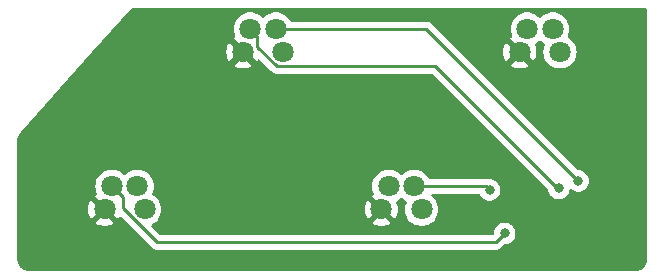
<source format=gbr>
%TF.GenerationSoftware,KiCad,Pcbnew,7.0.9*%
%TF.CreationDate,2024-04-07T02:28:49-04:00*%
%TF.ProjectId,rearbox_peripheral_io_top,72656172-626f-4785-9f70-657269706865,rev?*%
%TF.SameCoordinates,Original*%
%TF.FileFunction,Copper,L2,Bot*%
%TF.FilePolarity,Positive*%
%FSLAX46Y46*%
G04 Gerber Fmt 4.6, Leading zero omitted, Abs format (unit mm)*
G04 Created by KiCad (PCBNEW 7.0.9) date 2024-04-07 02:28:49*
%MOMM*%
%LPD*%
G01*
G04 APERTURE LIST*
%TA.AperFunction,ComponentPad*%
%ADD10C,1.800000*%
%TD*%
%TA.AperFunction,ViaPad*%
%ADD11C,0.800000*%
%TD*%
%TA.AperFunction,Conductor*%
%ADD12C,0.250000*%
%TD*%
G04 APERTURE END LIST*
D10*
%TO.P,J3,1,Pin_1*%
%TO.N,5v*%
X121896022Y-56139429D03*
%TO.P,J3,2,Pin_2*%
%TO.N,Net-(J3-Pin_2)*%
X121270928Y-54189430D03*
%TO.P,J3,3,Pin_3*%
%TO.N,GND*%
X118495978Y-56139429D03*
%TO.P,J3,4,Pin_4*%
%TO.N,Net-(J3-Pin_4)*%
X119121001Y-54189430D03*
%TD*%
%TO.P,J2,1,Pin_1*%
%TO.N,5v*%
X98456022Y-56139428D03*
%TO.P,J2,2,Pin_2*%
%TO.N,Net-(J2-Pin_2)*%
X97830928Y-54189429D03*
%TO.P,J2,3,Pin_3*%
%TO.N,GND*%
X95055978Y-56139428D03*
%TO.P,J2,4,Pin_4*%
%TO.N,Net-(J2-Pin_4)*%
X95681001Y-54189429D03*
%TD*%
%TO.P,J4,1,Pin_1*%
%TO.N,5v*%
X86736022Y-69469858D03*
%TO.P,J4,2,Pin_2*%
%TO.N,Net-(J4-Pin_2)*%
X86110928Y-67519859D03*
%TO.P,J4,3,Pin_3*%
%TO.N,GND*%
X83335978Y-69469858D03*
%TO.P,J4,4,Pin_4*%
%TO.N,Net-(J4-Pin_4)*%
X83961001Y-67519859D03*
%TD*%
%TO.P,J5,1,Pin_1*%
%TO.N,5v*%
X110176022Y-69469859D03*
%TO.P,J5,2,Pin_2*%
%TO.N,Net-(J5-Pin_2)*%
X109550928Y-67519860D03*
%TO.P,J5,3,Pin_3*%
%TO.N,GND*%
X106775978Y-69469859D03*
%TO.P,J5,4,Pin_4*%
%TO.N,Net-(J5-Pin_4)*%
X107401001Y-67519860D03*
%TD*%
D11*
%TO.N,Net-(J2-Pin_2)*%
X123444000Y-67056000D03*
%TO.N,GND*%
X124714000Y-67945000D03*
X123571000Y-71755000D03*
%TO.N,Net-(J2-Pin_4)*%
X121788701Y-67695299D03*
%TO.N,Net-(J4-Pin_4)*%
X117221000Y-71501000D03*
%TO.N,Net-(J5-Pin_2)*%
X115951000Y-67818000D03*
%TD*%
D12*
%TO.N,Net-(J2-Pin_2)*%
X110577429Y-54189429D02*
X97830928Y-54189429D01*
X123444000Y-67056000D02*
X110577429Y-54189429D01*
%TO.N,Net-(J2-Pin_4)*%
X111339428Y-57364428D02*
X97948610Y-57364428D01*
X96266000Y-55681818D02*
X96266000Y-54774428D01*
X121670299Y-67695299D02*
X111339428Y-57364428D01*
X121788701Y-67695299D02*
X121670299Y-67695299D01*
X96266000Y-54774428D02*
X95681001Y-54189429D01*
X97948610Y-57364428D02*
X96266000Y-55681818D01*
%TO.N,Net-(J4-Pin_4)*%
X84861001Y-68419859D02*
X83961001Y-67519859D01*
X117221000Y-71501000D02*
X116459000Y-72263000D01*
X87796752Y-72263000D02*
X84861001Y-69327249D01*
X116459000Y-72263000D02*
X87796752Y-72263000D01*
X84861001Y-69327249D02*
X84861001Y-68419859D01*
%TO.N,Net-(J5-Pin_2)*%
X115652860Y-67519860D02*
X109550928Y-67519860D01*
X115951000Y-67818000D02*
X115652860Y-67519860D01*
%TD*%
%TA.AperFunction,Conductor*%
%TO.N,GND*%
G36*
X129228539Y-52471185D02*
G01*
X129274294Y-52523989D01*
X129285500Y-52575500D01*
X129285500Y-73673289D01*
X129285264Y-73678697D01*
X129281523Y-73721445D01*
X129269082Y-73847760D01*
X129265454Y-73867699D01*
X129247601Y-73934330D01*
X129219318Y-74027563D01*
X129213040Y-74043971D01*
X129181614Y-74111367D01*
X129180101Y-74114393D01*
X129135236Y-74198327D01*
X129131341Y-74204667D01*
X129085015Y-74270828D01*
X129082154Y-74274600D01*
X129022895Y-74346808D01*
X129018806Y-74351320D01*
X128961320Y-74408806D01*
X128956808Y-74412895D01*
X128884600Y-74472154D01*
X128880828Y-74475015D01*
X128814667Y-74521341D01*
X128808327Y-74525236D01*
X128724393Y-74570101D01*
X128721367Y-74571614D01*
X128653971Y-74603040D01*
X128637563Y-74609318D01*
X128544330Y-74637601D01*
X128477699Y-74655454D01*
X128457760Y-74659082D01*
X128331445Y-74671523D01*
X128290789Y-74675080D01*
X128288696Y-74675264D01*
X128283290Y-74675500D01*
X76948710Y-74675500D01*
X76943303Y-74675264D01*
X76941015Y-74675063D01*
X76900554Y-74671523D01*
X76774238Y-74659082D01*
X76754299Y-74655454D01*
X76687669Y-74637601D01*
X76594435Y-74609319D01*
X76578027Y-74603040D01*
X76529433Y-74580381D01*
X76510618Y-74571607D01*
X76507605Y-74570101D01*
X76423671Y-74525236D01*
X76417331Y-74521341D01*
X76351170Y-74475015D01*
X76347398Y-74472154D01*
X76275190Y-74412895D01*
X76270688Y-74408815D01*
X76213182Y-74351309D01*
X76209103Y-74346808D01*
X76149844Y-74274600D01*
X76146983Y-74270828D01*
X76100657Y-74204667D01*
X76096762Y-74198327D01*
X76071982Y-74151969D01*
X76051888Y-74114375D01*
X76050406Y-74111411D01*
X76018958Y-74043971D01*
X76012682Y-74027570D01*
X75984398Y-73934330D01*
X75966541Y-73867685D01*
X75962918Y-73847771D01*
X75950482Y-73721519D01*
X75946735Y-73678695D01*
X75946500Y-73673293D01*
X75946500Y-69469863D01*
X81931180Y-69469863D01*
X81950339Y-69701076D01*
X82007295Y-69925993D01*
X82100494Y-70138467D01*
X82184789Y-70267491D01*
X82773204Y-69679077D01*
X82811879Y-69772446D01*
X82908053Y-69897783D01*
X83033390Y-69993957D01*
X83126757Y-70032630D01*
X82537177Y-70622209D01*
X82567628Y-70645908D01*
X82771675Y-70756334D01*
X82771684Y-70756337D01*
X82991117Y-70831669D01*
X83219971Y-70869858D01*
X83451985Y-70869858D01*
X83680838Y-70831669D01*
X83900271Y-70756337D01*
X83900280Y-70756334D01*
X84104328Y-70645908D01*
X84134776Y-70622209D01*
X83545198Y-70032631D01*
X83638566Y-69993957D01*
X83763903Y-69897783D01*
X83860077Y-69772447D01*
X83898751Y-69679078D01*
X84487164Y-70267492D01*
X84573365Y-70135553D01*
X84626512Y-70090196D01*
X84695743Y-70080772D01*
X84759079Y-70110274D01*
X84764853Y-70115691D01*
X86129810Y-71480649D01*
X87295949Y-72646788D01*
X87305774Y-72659051D01*
X87305995Y-72658869D01*
X87310966Y-72664878D01*
X87331795Y-72684437D01*
X87361387Y-72712226D01*
X87382281Y-72733120D01*
X87387763Y-72737373D01*
X87392195Y-72741157D01*
X87426170Y-72773062D01*
X87443728Y-72782714D01*
X87459985Y-72793393D01*
X87475816Y-72805673D01*
X87495489Y-72814186D01*
X87518585Y-72824182D01*
X87523829Y-72826750D01*
X87564660Y-72849197D01*
X87577275Y-72852435D01*
X87584057Y-72854177D01*
X87602471Y-72860481D01*
X87620856Y-72868438D01*
X87666909Y-72875732D01*
X87672578Y-72876906D01*
X87717733Y-72888500D01*
X87737768Y-72888500D01*
X87757165Y-72890026D01*
X87776948Y-72893160D01*
X87823336Y-72888775D01*
X87829174Y-72888500D01*
X116376257Y-72888500D01*
X116391877Y-72890224D01*
X116391904Y-72889939D01*
X116399660Y-72890671D01*
X116399667Y-72890673D01*
X116468814Y-72888500D01*
X116498350Y-72888500D01*
X116505228Y-72887630D01*
X116511041Y-72887172D01*
X116557627Y-72885709D01*
X116576869Y-72880117D01*
X116595912Y-72876174D01*
X116615792Y-72873664D01*
X116659122Y-72856507D01*
X116664646Y-72854617D01*
X116668396Y-72853527D01*
X116709390Y-72841618D01*
X116726629Y-72831422D01*
X116744103Y-72822862D01*
X116762727Y-72815488D01*
X116762727Y-72815487D01*
X116762732Y-72815486D01*
X116800449Y-72788082D01*
X116805305Y-72784892D01*
X116845420Y-72761170D01*
X116859589Y-72746999D01*
X116874379Y-72734368D01*
X116890587Y-72722594D01*
X116920299Y-72686676D01*
X116924212Y-72682376D01*
X117168772Y-72437816D01*
X117230094Y-72404334D01*
X117256452Y-72401500D01*
X117315644Y-72401500D01*
X117315646Y-72401500D01*
X117500803Y-72362144D01*
X117673730Y-72285151D01*
X117826871Y-72173888D01*
X117953533Y-72033216D01*
X118048179Y-71869284D01*
X118106674Y-71689256D01*
X118126460Y-71501000D01*
X118106674Y-71312744D01*
X118048179Y-71132716D01*
X117953533Y-70968784D01*
X117826871Y-70828112D01*
X117772815Y-70788838D01*
X117673734Y-70716851D01*
X117673729Y-70716848D01*
X117500807Y-70639857D01*
X117500802Y-70639855D01*
X117355001Y-70608865D01*
X117315646Y-70600500D01*
X117126354Y-70600500D01*
X117093897Y-70607398D01*
X116941197Y-70639855D01*
X116941192Y-70639857D01*
X116768270Y-70716848D01*
X116768265Y-70716851D01*
X116615129Y-70828111D01*
X116488466Y-70968785D01*
X116393821Y-71132715D01*
X116393818Y-71132722D01*
X116335327Y-71312740D01*
X116335326Y-71312744D01*
X116317679Y-71480649D01*
X116291094Y-71545263D01*
X116282040Y-71555367D01*
X116236228Y-71601180D01*
X116174905Y-71634666D01*
X116148546Y-71637500D01*
X88107204Y-71637500D01*
X88040165Y-71617815D01*
X88019523Y-71601181D01*
X87336754Y-70918411D01*
X87303269Y-70857088D01*
X87308253Y-70787396D01*
X87350125Y-70731463D01*
X87365411Y-70721678D01*
X87504648Y-70646328D01*
X87505187Y-70645909D01*
X87687798Y-70503777D01*
X87687806Y-70503771D01*
X87845001Y-70333011D01*
X87971946Y-70138707D01*
X88065179Y-69926158D01*
X88122156Y-69701163D01*
X88122163Y-69701077D01*
X88141322Y-69469864D01*
X105371180Y-69469864D01*
X105390339Y-69701077D01*
X105447295Y-69925994D01*
X105540494Y-70138468D01*
X105624789Y-70267492D01*
X106213204Y-69679078D01*
X106251879Y-69772447D01*
X106348053Y-69897784D01*
X106473390Y-69993958D01*
X106566757Y-70032631D01*
X105977177Y-70622210D01*
X106007628Y-70645909D01*
X106211675Y-70756335D01*
X106211684Y-70756338D01*
X106431117Y-70831670D01*
X106659971Y-70869859D01*
X106891985Y-70869859D01*
X107120838Y-70831670D01*
X107340271Y-70756338D01*
X107340280Y-70756335D01*
X107544328Y-70645909D01*
X107574776Y-70622210D01*
X106985198Y-70032632D01*
X107078566Y-69993958D01*
X107203903Y-69897784D01*
X107300077Y-69772448D01*
X107338751Y-69679079D01*
X107927164Y-70267493D01*
X108011462Y-70138465D01*
X108104660Y-69925994D01*
X108161616Y-69701077D01*
X108180776Y-69469864D01*
X108180776Y-69469853D01*
X108161616Y-69238640D01*
X108104660Y-69013723D01*
X108050464Y-68890167D01*
X108041561Y-68820867D01*
X108071538Y-68757755D01*
X108105004Y-68731302D01*
X108105389Y-68731094D01*
X108169627Y-68696330D01*
X108352785Y-68553773D01*
X108352789Y-68553768D01*
X108352792Y-68553766D01*
X108366488Y-68538887D01*
X108384733Y-68519067D01*
X108444617Y-68483076D01*
X108514456Y-68485174D01*
X108567192Y-68519063D01*
X108599144Y-68553773D01*
X108599147Y-68553775D01*
X108599150Y-68553778D01*
X108782293Y-68696324D01*
X108782303Y-68696331D01*
X108782309Y-68696334D01*
X108846541Y-68731094D01*
X108896132Y-68780313D01*
X108911240Y-68848529D01*
X108901080Y-68889959D01*
X108846865Y-69013558D01*
X108789888Y-69238550D01*
X108789886Y-69238561D01*
X108770722Y-69469852D01*
X108770722Y-69469865D01*
X108789886Y-69701156D01*
X108789888Y-69701167D01*
X108846864Y-69926159D01*
X108940097Y-70138707D01*
X109067038Y-70333006D01*
X109067041Y-70333010D01*
X109067043Y-70333012D01*
X109224238Y-70503772D01*
X109224241Y-70503774D01*
X109224244Y-70503777D01*
X109407387Y-70646323D01*
X109407393Y-70646327D01*
X109407396Y-70646329D01*
X109537709Y-70716851D01*
X109610674Y-70756338D01*
X109611519Y-70756795D01*
X109700657Y-70787396D01*
X109831037Y-70832156D01*
X109831039Y-70832156D01*
X109831041Y-70832157D01*
X110059973Y-70870359D01*
X110059974Y-70870359D01*
X110292070Y-70870359D01*
X110292071Y-70870359D01*
X110521003Y-70832157D01*
X110522425Y-70831669D01*
X110532789Y-70828111D01*
X110740525Y-70756795D01*
X110944648Y-70646329D01*
X110952964Y-70639857D01*
X111006151Y-70598459D01*
X111127806Y-70503772D01*
X111285001Y-70333012D01*
X111411946Y-70138708D01*
X111505179Y-69926159D01*
X111562156Y-69701164D01*
X111562157Y-69701155D01*
X111581322Y-69469865D01*
X111581322Y-69469852D01*
X111562157Y-69238561D01*
X111562155Y-69238550D01*
X111505179Y-69013558D01*
X111411946Y-68801010D01*
X111285005Y-68606711D01*
X111285002Y-68606708D01*
X111285001Y-68606706D01*
X111127806Y-68435946D01*
X111088143Y-68405075D01*
X111039498Y-68367213D01*
X110998686Y-68310503D01*
X110995011Y-68240730D01*
X111029643Y-68180047D01*
X111091584Y-68147720D01*
X111115661Y-68145360D01*
X115028602Y-68145360D01*
X115095641Y-68165045D01*
X115135989Y-68207360D01*
X115147626Y-68227515D01*
X115218467Y-68350216D01*
X115334830Y-68479450D01*
X115345129Y-68490888D01*
X115498265Y-68602148D01*
X115498270Y-68602151D01*
X115671192Y-68679142D01*
X115671197Y-68679144D01*
X115856354Y-68718500D01*
X115856355Y-68718500D01*
X116045644Y-68718500D01*
X116045646Y-68718500D01*
X116230803Y-68679144D01*
X116403730Y-68602151D01*
X116556871Y-68490888D01*
X116683533Y-68350216D01*
X116778179Y-68186284D01*
X116836674Y-68006256D01*
X116856460Y-67818000D01*
X116836674Y-67629744D01*
X116778179Y-67449716D01*
X116683533Y-67285784D01*
X116556871Y-67145112D01*
X116556870Y-67145111D01*
X116403734Y-67033851D01*
X116403729Y-67033848D01*
X116230807Y-66956857D01*
X116230802Y-66956855D01*
X116085001Y-66925865D01*
X116045646Y-66917500D01*
X115856998Y-66917500D01*
X115836624Y-66914599D01*
X115836459Y-66915642D01*
X115782734Y-66907132D01*
X115777013Y-66905947D01*
X115731881Y-66894360D01*
X115731879Y-66894360D01*
X115711844Y-66894360D01*
X115692446Y-66892833D01*
X115685022Y-66891657D01*
X115672665Y-66889700D01*
X115672664Y-66889700D01*
X115626276Y-66894085D01*
X115620438Y-66894360D01*
X110882279Y-66894360D01*
X110815240Y-66874675D01*
X110778470Y-66838181D01*
X110659911Y-66656712D01*
X110659908Y-66656709D01*
X110659907Y-66656707D01*
X110502712Y-66485947D01*
X110502707Y-66485943D01*
X110502705Y-66485941D01*
X110319562Y-66343395D01*
X110319556Y-66343391D01*
X110115432Y-66232924D01*
X110115423Y-66232921D01*
X109895912Y-66157562D01*
X109724210Y-66128910D01*
X109666977Y-66119360D01*
X109434879Y-66119360D01*
X109389092Y-66127000D01*
X109205943Y-66157562D01*
X108986432Y-66232921D01*
X108986423Y-66232924D01*
X108782299Y-66343391D01*
X108653042Y-66443996D01*
X108599144Y-66485947D01*
X108599141Y-66485949D01*
X108599140Y-66485951D01*
X108567193Y-66520655D01*
X108507306Y-66556645D01*
X108437468Y-66554544D01*
X108384734Y-66520653D01*
X108352787Y-66485949D01*
X108352778Y-66485941D01*
X108169635Y-66343395D01*
X108169629Y-66343391D01*
X107965505Y-66232924D01*
X107965496Y-66232921D01*
X107745985Y-66157562D01*
X107574283Y-66128910D01*
X107517050Y-66119360D01*
X107284952Y-66119360D01*
X107239165Y-66127000D01*
X107056016Y-66157562D01*
X106836505Y-66232921D01*
X106836496Y-66232924D01*
X106632372Y-66343391D01*
X106632366Y-66343395D01*
X106449223Y-66485941D01*
X106449220Y-66485944D01*
X106449217Y-66485946D01*
X106449217Y-66485947D01*
X106417269Y-66520652D01*
X106292017Y-66656712D01*
X106165076Y-66851011D01*
X106071843Y-67063559D01*
X106014867Y-67288551D01*
X106014865Y-67288562D01*
X105995701Y-67519853D01*
X105995701Y-67519866D01*
X106014865Y-67751157D01*
X106014867Y-67751168D01*
X106071843Y-67976160D01*
X106126274Y-68100249D01*
X106135177Y-68169549D01*
X106105200Y-68232661D01*
X106071737Y-68259113D01*
X106007624Y-68293810D01*
X105977178Y-68317505D01*
X105977178Y-68317506D01*
X106566757Y-68907085D01*
X106473390Y-68945760D01*
X106348053Y-69041934D01*
X106251879Y-69167270D01*
X106213204Y-69260638D01*
X105624790Y-68672224D01*
X105540494Y-68801250D01*
X105540492Y-68801254D01*
X105447295Y-69013723D01*
X105390339Y-69238640D01*
X105371180Y-69469853D01*
X105371180Y-69469864D01*
X88141322Y-69469864D01*
X88141322Y-69469851D01*
X88122157Y-69238560D01*
X88122155Y-69238549D01*
X88065179Y-69013557D01*
X87971946Y-68801009D01*
X87845005Y-68606710D01*
X87845002Y-68606707D01*
X87845001Y-68606705D01*
X87687806Y-68435945D01*
X87687801Y-68435941D01*
X87687799Y-68435939D01*
X87504656Y-68293393D01*
X87504641Y-68293383D01*
X87440407Y-68258621D01*
X87390816Y-68209401D01*
X87375709Y-68141185D01*
X87385867Y-68099761D01*
X87440085Y-67976159D01*
X87497062Y-67751164D01*
X87498126Y-67738326D01*
X87516228Y-67519865D01*
X87516228Y-67519852D01*
X87497063Y-67288561D01*
X87497061Y-67288550D01*
X87440085Y-67063558D01*
X87346852Y-66851010D01*
X87219911Y-66656711D01*
X87219908Y-66656708D01*
X87219907Y-66656706D01*
X87062712Y-66485946D01*
X87062706Y-66485941D01*
X87062705Y-66485940D01*
X86879562Y-66343394D01*
X86879556Y-66343390D01*
X86675432Y-66232923D01*
X86675423Y-66232920D01*
X86455912Y-66157561D01*
X86284210Y-66128909D01*
X86226977Y-66119359D01*
X85994879Y-66119359D01*
X85949092Y-66126999D01*
X85765943Y-66157561D01*
X85546432Y-66232920D01*
X85546423Y-66232923D01*
X85342299Y-66343390D01*
X85213042Y-66443995D01*
X85159144Y-66485946D01*
X85159141Y-66485948D01*
X85159140Y-66485950D01*
X85127193Y-66520654D01*
X85067306Y-66556644D01*
X84997468Y-66554543D01*
X84944734Y-66520652D01*
X84912787Y-66485948D01*
X84912778Y-66485940D01*
X84729635Y-66343394D01*
X84729629Y-66343390D01*
X84525505Y-66232923D01*
X84525496Y-66232920D01*
X84305985Y-66157561D01*
X84134283Y-66128909D01*
X84077050Y-66119359D01*
X83844952Y-66119359D01*
X83799165Y-66126999D01*
X83616016Y-66157561D01*
X83396505Y-66232920D01*
X83396496Y-66232923D01*
X83192372Y-66343390D01*
X83192366Y-66343394D01*
X83009223Y-66485940D01*
X83009220Y-66485943D01*
X83009217Y-66485945D01*
X83009217Y-66485946D01*
X82977268Y-66520652D01*
X82852017Y-66656711D01*
X82725076Y-66851010D01*
X82631843Y-67063558D01*
X82574867Y-67288550D01*
X82574865Y-67288561D01*
X82555701Y-67519852D01*
X82555701Y-67519865D01*
X82574865Y-67751156D01*
X82574867Y-67751167D01*
X82631843Y-67976159D01*
X82686274Y-68100248D01*
X82695177Y-68169548D01*
X82665200Y-68232660D01*
X82631737Y-68259112D01*
X82567624Y-68293809D01*
X82537178Y-68317504D01*
X82537178Y-68317505D01*
X83126757Y-68907084D01*
X83033390Y-68945759D01*
X82908053Y-69041933D01*
X82811879Y-69167269D01*
X82773204Y-69260637D01*
X82184790Y-68672223D01*
X82100494Y-68801249D01*
X82100492Y-68801253D01*
X82007295Y-69013722D01*
X81950339Y-69238639D01*
X81931180Y-69469852D01*
X81931180Y-69469863D01*
X75946500Y-69469863D01*
X75946500Y-63632013D01*
X75946666Y-63627475D01*
X75948475Y-63602818D01*
X75960606Y-63470890D01*
X75961829Y-63463096D01*
X75974682Y-63405568D01*
X75975491Y-63402366D01*
X76002251Y-63307441D01*
X76004034Y-63302069D01*
X76026645Y-63243140D01*
X76028901Y-63237978D01*
X76072516Y-63149498D01*
X76074077Y-63146541D01*
X76102966Y-63095247D01*
X76107278Y-63088623D01*
X76187216Y-62981522D01*
X76201425Y-62963197D01*
X76204471Y-62959563D01*
X76234177Y-62926768D01*
X76236141Y-62924118D01*
X82301366Y-56139433D01*
X93651180Y-56139433D01*
X93670339Y-56370646D01*
X93727295Y-56595563D01*
X93820494Y-56808037D01*
X93904789Y-56937061D01*
X94493204Y-56348647D01*
X94531879Y-56442016D01*
X94628053Y-56567353D01*
X94753390Y-56663527D01*
X94846757Y-56702200D01*
X94257177Y-57291779D01*
X94287628Y-57315478D01*
X94491675Y-57425904D01*
X94491684Y-57425907D01*
X94711117Y-57501239D01*
X94939971Y-57539428D01*
X95171985Y-57539428D01*
X95400838Y-57501239D01*
X95620271Y-57425907D01*
X95620280Y-57425904D01*
X95824328Y-57315478D01*
X95854776Y-57291779D01*
X95265198Y-56702201D01*
X95358566Y-56663527D01*
X95483903Y-56567353D01*
X95580077Y-56442017D01*
X95618751Y-56348648D01*
X96207164Y-56937062D01*
X96293365Y-56805123D01*
X96346512Y-56759766D01*
X96415743Y-56750342D01*
X96479079Y-56779844D01*
X96484848Y-56785256D01*
X96991370Y-57291779D01*
X97447807Y-57748216D01*
X97457632Y-57760479D01*
X97457853Y-57760297D01*
X97462824Y-57766306D01*
X97488827Y-57790723D01*
X97513245Y-57813654D01*
X97534139Y-57834548D01*
X97539621Y-57838801D01*
X97544053Y-57842585D01*
X97578028Y-57874490D01*
X97595586Y-57884142D01*
X97611843Y-57894821D01*
X97627674Y-57907101D01*
X97647347Y-57915614D01*
X97670443Y-57925610D01*
X97675687Y-57928178D01*
X97716518Y-57950625D01*
X97729133Y-57953863D01*
X97735915Y-57955605D01*
X97754329Y-57961909D01*
X97772714Y-57969866D01*
X97818767Y-57977160D01*
X97824436Y-57978334D01*
X97869591Y-57989928D01*
X97889626Y-57989928D01*
X97909023Y-57991454D01*
X97928806Y-57994588D01*
X97975194Y-57990203D01*
X97981032Y-57989928D01*
X111028976Y-57989928D01*
X111096015Y-58009613D01*
X111116657Y-58026247D01*
X120863645Y-67773236D01*
X120897130Y-67834559D01*
X120899284Y-67847953D01*
X120903026Y-67883548D01*
X120903028Y-67883559D01*
X120961519Y-68063576D01*
X120961522Y-68063583D01*
X121056168Y-68227515D01*
X121166647Y-68350214D01*
X121182830Y-68368187D01*
X121335966Y-68479447D01*
X121335971Y-68479450D01*
X121508893Y-68556441D01*
X121508898Y-68556443D01*
X121694055Y-68595799D01*
X121694056Y-68595799D01*
X121883345Y-68595799D01*
X121883347Y-68595799D01*
X122068504Y-68556443D01*
X122241431Y-68479450D01*
X122394572Y-68368187D01*
X122521234Y-68227515D01*
X122615880Y-68063583D01*
X122674375Y-67883555D01*
X122678645Y-67842922D01*
X122705227Y-67778311D01*
X122762524Y-67738326D01*
X122832343Y-67735665D01*
X122874850Y-67755568D01*
X122991265Y-67840148D01*
X122991270Y-67840151D01*
X123164192Y-67917142D01*
X123164197Y-67917144D01*
X123349354Y-67956500D01*
X123349355Y-67956500D01*
X123538644Y-67956500D01*
X123538646Y-67956500D01*
X123723803Y-67917144D01*
X123896730Y-67840151D01*
X124049871Y-67728888D01*
X124176533Y-67588216D01*
X124271179Y-67424284D01*
X124329674Y-67244256D01*
X124349460Y-67056000D01*
X124329674Y-66867744D01*
X124271179Y-66687716D01*
X124176533Y-66523784D01*
X124049871Y-66383112D01*
X124049870Y-66383111D01*
X123896734Y-66271851D01*
X123896729Y-66271848D01*
X123723807Y-66194857D01*
X123723802Y-66194855D01*
X123578001Y-66163865D01*
X123538646Y-66155500D01*
X123538645Y-66155500D01*
X123479453Y-66155500D01*
X123412414Y-66135815D01*
X123391772Y-66119181D01*
X113412025Y-56139434D01*
X117091180Y-56139434D01*
X117110339Y-56370647D01*
X117167295Y-56595564D01*
X117260494Y-56808038D01*
X117344789Y-56937062D01*
X117933204Y-56348648D01*
X117971879Y-56442017D01*
X118068053Y-56567354D01*
X118193390Y-56663528D01*
X118286757Y-56702201D01*
X117697177Y-57291780D01*
X117727628Y-57315479D01*
X117931675Y-57425905D01*
X117931684Y-57425908D01*
X118151117Y-57501240D01*
X118379971Y-57539429D01*
X118611985Y-57539429D01*
X118840838Y-57501240D01*
X119060271Y-57425908D01*
X119060280Y-57425905D01*
X119264328Y-57315479D01*
X119294776Y-57291780D01*
X118705198Y-56702202D01*
X118798566Y-56663528D01*
X118923903Y-56567354D01*
X119020077Y-56442018D01*
X119058751Y-56348649D01*
X119647164Y-56937063D01*
X119731462Y-56808035D01*
X119824660Y-56595564D01*
X119881616Y-56370647D01*
X119900776Y-56139434D01*
X119900776Y-56139423D01*
X119881616Y-55908210D01*
X119824660Y-55683293D01*
X119770464Y-55559737D01*
X119761561Y-55490437D01*
X119791538Y-55427325D01*
X119825004Y-55400872D01*
X119825389Y-55400664D01*
X119889627Y-55365900D01*
X120072785Y-55223343D01*
X120072789Y-55223338D01*
X120072792Y-55223336D01*
X120086488Y-55208457D01*
X120104733Y-55188637D01*
X120164617Y-55152646D01*
X120234456Y-55154744D01*
X120287192Y-55188633D01*
X120319144Y-55223343D01*
X120319147Y-55223345D01*
X120319150Y-55223348D01*
X120502293Y-55365894D01*
X120502303Y-55365901D01*
X120502309Y-55365904D01*
X120566541Y-55400664D01*
X120616132Y-55449883D01*
X120631240Y-55518099D01*
X120621080Y-55559529D01*
X120566865Y-55683128D01*
X120509888Y-55908120D01*
X120509886Y-55908131D01*
X120490722Y-56139422D01*
X120490722Y-56139435D01*
X120509886Y-56370726D01*
X120509888Y-56370737D01*
X120566864Y-56595729D01*
X120660097Y-56808277D01*
X120787038Y-57002576D01*
X120787041Y-57002580D01*
X120787043Y-57002582D01*
X120944238Y-57173342D01*
X120944241Y-57173344D01*
X120944244Y-57173347D01*
X121127387Y-57315893D01*
X121127393Y-57315897D01*
X121127396Y-57315899D01*
X121294882Y-57406538D01*
X121330674Y-57425908D01*
X121331519Y-57426365D01*
X121445509Y-57465497D01*
X121551037Y-57501726D01*
X121551039Y-57501726D01*
X121551041Y-57501727D01*
X121779973Y-57539929D01*
X121779974Y-57539929D01*
X122012070Y-57539929D01*
X122012071Y-57539929D01*
X122241003Y-57501727D01*
X122242425Y-57501239D01*
X122249461Y-57498823D01*
X122460525Y-57426365D01*
X122664648Y-57315899D01*
X122847806Y-57173342D01*
X123005001Y-57002582D01*
X123131946Y-56808278D01*
X123225179Y-56595729D01*
X123282156Y-56370734D01*
X123282157Y-56370725D01*
X123301322Y-56139435D01*
X123301322Y-56139422D01*
X123282157Y-55908131D01*
X123282155Y-55908120D01*
X123225179Y-55683128D01*
X123131946Y-55470580D01*
X123005005Y-55276281D01*
X123005002Y-55276278D01*
X123005001Y-55276276D01*
X122847806Y-55105516D01*
X122847801Y-55105512D01*
X122847799Y-55105510D01*
X122664656Y-54962964D01*
X122664641Y-54962954D01*
X122600407Y-54928192D01*
X122550816Y-54878972D01*
X122535709Y-54810756D01*
X122545867Y-54769332D01*
X122600085Y-54645730D01*
X122657062Y-54420735D01*
X122676228Y-54189430D01*
X122676228Y-54189429D01*
X122676228Y-54189423D01*
X122657063Y-53958132D01*
X122657061Y-53958121D01*
X122600085Y-53733129D01*
X122506852Y-53520581D01*
X122379911Y-53326282D01*
X122379908Y-53326279D01*
X122379907Y-53326277D01*
X122222712Y-53155517D01*
X122222707Y-53155513D01*
X122222705Y-53155511D01*
X122039562Y-53012965D01*
X122039556Y-53012961D01*
X121835432Y-52902494D01*
X121835423Y-52902491D01*
X121615912Y-52827132D01*
X121444210Y-52798480D01*
X121386977Y-52788930D01*
X121154879Y-52788930D01*
X121109092Y-52796570D01*
X120925943Y-52827132D01*
X120706432Y-52902491D01*
X120706423Y-52902494D01*
X120502299Y-53012961D01*
X120373042Y-53113566D01*
X120319144Y-53155517D01*
X120319141Y-53155519D01*
X120319140Y-53155521D01*
X120287193Y-53190225D01*
X120227306Y-53226215D01*
X120157468Y-53224114D01*
X120104734Y-53190223D01*
X120072787Y-53155519D01*
X120072778Y-53155511D01*
X119889635Y-53012965D01*
X119889629Y-53012961D01*
X119685505Y-52902494D01*
X119685496Y-52902491D01*
X119465985Y-52827132D01*
X119294283Y-52798480D01*
X119237050Y-52788930D01*
X119004952Y-52788930D01*
X118959165Y-52796570D01*
X118776016Y-52827132D01*
X118556505Y-52902491D01*
X118556496Y-52902494D01*
X118352372Y-53012961D01*
X118352366Y-53012965D01*
X118169223Y-53155511D01*
X118169220Y-53155514D01*
X118169217Y-53155516D01*
X118169217Y-53155517D01*
X118137269Y-53190222D01*
X118012017Y-53326282D01*
X117885076Y-53520581D01*
X117791843Y-53733129D01*
X117734867Y-53958121D01*
X117734865Y-53958132D01*
X117715701Y-54189423D01*
X117715701Y-54189436D01*
X117734865Y-54420727D01*
X117734867Y-54420738D01*
X117791843Y-54645730D01*
X117846274Y-54769819D01*
X117855177Y-54839119D01*
X117825200Y-54902231D01*
X117791737Y-54928683D01*
X117727624Y-54963380D01*
X117697178Y-54987075D01*
X117697178Y-54987076D01*
X118286757Y-55576655D01*
X118193390Y-55615330D01*
X118068053Y-55711504D01*
X117971879Y-55836840D01*
X117933204Y-55930208D01*
X117344790Y-55341794D01*
X117260494Y-55470820D01*
X117260492Y-55470824D01*
X117167295Y-55683293D01*
X117110339Y-55908210D01*
X117091180Y-56139423D01*
X117091180Y-56139434D01*
X113412025Y-56139434D01*
X111078232Y-53805641D01*
X111068409Y-53793379D01*
X111068188Y-53793563D01*
X111063215Y-53787552D01*
X111012793Y-53740202D01*
X111002348Y-53729757D01*
X110991904Y-53719312D01*
X110986415Y-53715054D01*
X110981990Y-53711276D01*
X110948011Y-53679367D01*
X110948009Y-53679365D01*
X110948006Y-53679364D01*
X110930458Y-53669717D01*
X110914192Y-53659033D01*
X110898362Y-53646754D01*
X110855597Y-53628247D01*
X110850351Y-53625677D01*
X110809522Y-53603232D01*
X110809521Y-53603231D01*
X110790122Y-53598251D01*
X110771710Y-53591947D01*
X110753327Y-53583991D01*
X110753321Y-53583989D01*
X110707303Y-53576701D01*
X110701581Y-53575516D01*
X110656450Y-53563929D01*
X110656448Y-53563929D01*
X110636413Y-53563929D01*
X110617015Y-53562402D01*
X110609591Y-53561226D01*
X110597234Y-53559269D01*
X110597233Y-53559269D01*
X110550845Y-53563654D01*
X110545007Y-53563929D01*
X99162279Y-53563929D01*
X99095240Y-53544244D01*
X99058470Y-53507750D01*
X98939911Y-53326281D01*
X98939908Y-53326278D01*
X98939907Y-53326276D01*
X98782712Y-53155516D01*
X98782706Y-53155511D01*
X98782705Y-53155510D01*
X98599562Y-53012964D01*
X98599556Y-53012960D01*
X98395432Y-52902493D01*
X98395423Y-52902490D01*
X98175912Y-52827131D01*
X98004210Y-52798479D01*
X97946977Y-52788929D01*
X97714879Y-52788929D01*
X97669092Y-52796569D01*
X97485943Y-52827131D01*
X97266432Y-52902490D01*
X97266423Y-52902493D01*
X97062299Y-53012960D01*
X96933042Y-53113565D01*
X96879144Y-53155516D01*
X96879141Y-53155518D01*
X96879140Y-53155520D01*
X96847193Y-53190224D01*
X96787306Y-53226214D01*
X96717468Y-53224113D01*
X96664734Y-53190222D01*
X96632787Y-53155518D01*
X96632778Y-53155510D01*
X96449635Y-53012964D01*
X96449629Y-53012960D01*
X96245505Y-52902493D01*
X96245496Y-52902490D01*
X96025985Y-52827131D01*
X95854283Y-52798479D01*
X95797050Y-52788929D01*
X95564952Y-52788929D01*
X95519165Y-52796569D01*
X95336016Y-52827131D01*
X95116505Y-52902490D01*
X95116496Y-52902493D01*
X94912372Y-53012960D01*
X94912366Y-53012964D01*
X94729223Y-53155510D01*
X94729220Y-53155513D01*
X94729217Y-53155515D01*
X94729217Y-53155516D01*
X94697268Y-53190222D01*
X94572017Y-53326281D01*
X94445076Y-53520580D01*
X94351843Y-53733128D01*
X94294867Y-53958120D01*
X94294865Y-53958131D01*
X94275701Y-54189422D01*
X94275701Y-54189435D01*
X94294865Y-54420726D01*
X94294867Y-54420737D01*
X94351843Y-54645729D01*
X94406274Y-54769818D01*
X94415177Y-54839118D01*
X94385200Y-54902230D01*
X94351737Y-54928682D01*
X94287624Y-54963379D01*
X94257178Y-54987074D01*
X94257178Y-54987075D01*
X94846757Y-55576654D01*
X94753390Y-55615329D01*
X94628053Y-55711503D01*
X94531879Y-55836839D01*
X94493204Y-55930207D01*
X93904790Y-55341793D01*
X93820494Y-55470819D01*
X93820492Y-55470823D01*
X93727295Y-55683292D01*
X93670339Y-55908209D01*
X93651180Y-56139422D01*
X93651180Y-56139433D01*
X82301366Y-56139433D01*
X85561253Y-52492857D01*
X85620609Y-52455997D01*
X85653699Y-52451500D01*
X129161500Y-52451500D01*
X129228539Y-52471185D01*
G37*
%TD.AperFunction*%
%TD*%
M02*

</source>
